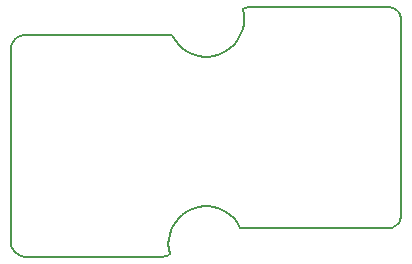
<source format=gbr>
G04 #@! TF.GenerationSoftware,KiCad,Pcbnew,(5.1.0)-1*
G04 #@! TF.CreationDate,2020-09-20T23:01:36+10:00*
G04 #@! TF.ProjectId,oddball,6f646462-616c-46c2-9e6b-696361645f70,rev?*
G04 #@! TF.SameCoordinates,Original*
G04 #@! TF.FileFunction,Profile,NP*
%FSLAX46Y46*%
G04 Gerber Fmt 4.6, Leading zero omitted, Abs format (unit mm)*
G04 Created by KiCad (PCBNEW (5.1.0)-1) date 2020-09-20 23:01:36*
%MOMM*%
%LPD*%
G04 APERTURE LIST*
%ADD10C,0.200000*%
G04 APERTURE END LIST*
D10*
X203608930Y-115717910D02*
X203672820Y-115853700D01*
X203525010Y-115278020D02*
X203534440Y-115427780D01*
X204350740Y-116414520D02*
X204496090Y-116451840D01*
X204079700Y-116286970D02*
X204211200Y-116359280D01*
X203672820Y-115853700D02*
X203753230Y-115980410D01*
X203753230Y-115980410D02*
X203848890Y-116096040D01*
X203848890Y-98091500D02*
X203753230Y-98207100D01*
X203672820Y-98333800D02*
X203608930Y-98469600D01*
X216405000Y-116470640D02*
X216553900Y-116451840D01*
X203525010Y-98909500D02*
X203525010Y-115278020D01*
X204644970Y-116470640D02*
X216405000Y-116470640D01*
X204496090Y-97735700D02*
X204350740Y-97773000D01*
X203753230Y-98207100D02*
X203672820Y-98333800D01*
X203608930Y-98469600D02*
X203562550Y-98612300D01*
X203562550Y-115575200D02*
X203608930Y-115717910D01*
X203958280Y-116198780D02*
X204079700Y-116286970D01*
X203848890Y-116096040D02*
X203958280Y-116198780D01*
X203958280Y-97988700D02*
X203848890Y-98091500D01*
X203534440Y-115427780D02*
X203562550Y-115575200D01*
X204496090Y-116451840D02*
X204644970Y-116470640D01*
X204079700Y-97900500D02*
X203958280Y-97988700D01*
X203534440Y-98759700D02*
X203525010Y-98909500D01*
X204211200Y-116359280D02*
X204350740Y-116414520D01*
X217717300Y-98568700D02*
X217461100Y-98259000D01*
X218335300Y-99080000D02*
X218010200Y-98843800D01*
X203562550Y-98612300D02*
X203534440Y-98759700D01*
X204211200Y-97828200D02*
X204079700Y-97900500D01*
X204350740Y-97773000D02*
X204211200Y-97828200D01*
X221412500Y-99273600D02*
X221038800Y-99421500D01*
X220649600Y-99521500D02*
X220250900Y-99571800D01*
X221038800Y-99421500D02*
X220649600Y-99521500D01*
X223149500Y-95582300D02*
X223224800Y-95977100D01*
X217150300Y-97716900D02*
X204644970Y-97716900D01*
X222089800Y-98843800D02*
X221764600Y-99080000D01*
X219450400Y-99521500D02*
X219061100Y-99421500D01*
X223224800Y-96779200D02*
X223149500Y-97173900D01*
X221764600Y-99080000D02*
X221412500Y-99273600D01*
X223129700Y-95519300D02*
X223129100Y-95519700D01*
X222854200Y-97919700D02*
X222638800Y-98259000D01*
X223129100Y-95519700D02*
X223149500Y-95582300D01*
X222638800Y-98259000D02*
X222382700Y-98568700D01*
X218687500Y-99273600D02*
X218335300Y-99080000D01*
X222382700Y-98568700D02*
X222089800Y-98843800D01*
X217461100Y-98259000D02*
X217245800Y-97919700D01*
X220250900Y-99571800D02*
X219849100Y-99571800D01*
X219849100Y-99571800D02*
X219450400Y-99521500D01*
X223224800Y-95977100D02*
X223250000Y-96378100D01*
X204644970Y-97716900D02*
X204496090Y-97735700D01*
X218010200Y-98843800D02*
X217717300Y-98568700D01*
X219061100Y-99421500D02*
X218687500Y-99273600D01*
X223149500Y-97173900D02*
X223025300Y-97556100D01*
X236575000Y-112896770D02*
X236575000Y-96528200D01*
X216875200Y-115027070D02*
X216950500Y-114632320D01*
X218687500Y-112532680D02*
X219061100Y-112384750D01*
X216850000Y-115428130D02*
X216875200Y-115027070D01*
X216838800Y-116359280D02*
X216970300Y-116286970D01*
X216699200Y-116414520D02*
X216838800Y-116359280D01*
X216970900Y-116286540D02*
X216950500Y-116223940D01*
X222089800Y-112962490D02*
X222382700Y-113237580D01*
X219450400Y-112284820D02*
X219849100Y-112234450D01*
X220250900Y-112234450D02*
X220649600Y-112284820D01*
X217245800Y-97919700D02*
X217150300Y-97716900D01*
X219849100Y-112234450D02*
X220250900Y-112234450D01*
X219061100Y-112384750D02*
X219450400Y-112284820D01*
X236251100Y-113714800D02*
X236346800Y-113599170D01*
X223025300Y-97556100D02*
X222854200Y-97919700D01*
X223250000Y-96378100D02*
X223224800Y-96779200D01*
X236346800Y-113599170D02*
X236427200Y-113472460D01*
X216970300Y-116286970D02*
X216970900Y-116286540D01*
X217461100Y-113547230D02*
X217717300Y-113237580D01*
X222949600Y-114089400D02*
X235454999Y-114089400D01*
X216875200Y-115829190D02*
X216850000Y-115428130D01*
X218335300Y-112726290D02*
X218687500Y-112532680D01*
X236537400Y-113193950D02*
X236565600Y-113046540D01*
X235454999Y-95335600D02*
X223695000Y-95335600D01*
X221764600Y-112726290D02*
X222089800Y-112962490D01*
X216553900Y-116451840D02*
X216699200Y-116414520D01*
X223400700Y-95391700D02*
X223261200Y-95447000D01*
X235749300Y-95391700D02*
X235603900Y-95354400D01*
X236575000Y-96528200D02*
X236565600Y-96378500D01*
X236020300Y-113905730D02*
X236141700Y-113817540D01*
X217245800Y-113886520D02*
X217461100Y-113547230D01*
X217717300Y-113237580D02*
X218010200Y-112962490D01*
X216950500Y-116223940D02*
X216875200Y-115829190D01*
X223695000Y-95335600D02*
X223546100Y-95354400D01*
X236251100Y-95710200D02*
X236141700Y-95607500D01*
X236565600Y-113046540D02*
X236575000Y-112896770D01*
X236427200Y-95952600D02*
X236346800Y-95825900D01*
X223546100Y-95354400D02*
X223400700Y-95391700D01*
X216950500Y-114632320D02*
X217074700Y-114250140D01*
X235888800Y-113978040D02*
X236020300Y-113905730D01*
X236565600Y-96378500D02*
X236537400Y-96231100D01*
X221038800Y-112384750D02*
X221412500Y-112532680D01*
X222854200Y-113886520D02*
X222949600Y-114089400D01*
X221412500Y-112532680D02*
X221764600Y-112726290D01*
X220649600Y-112284820D02*
X221038800Y-112384750D01*
X236491100Y-96088300D02*
X236427200Y-95952600D01*
X222638800Y-113547230D02*
X222854200Y-113886520D01*
X236141700Y-95607500D02*
X236020300Y-95519300D01*
X235603900Y-114070600D02*
X235749300Y-114033280D01*
X236346800Y-95825900D02*
X236251100Y-95710200D01*
X218010200Y-112962490D02*
X218335300Y-112726290D01*
X236537400Y-96231100D02*
X236491100Y-96088300D01*
X235749300Y-114033280D02*
X235888800Y-113978040D01*
X236491100Y-113336670D02*
X236537400Y-113193950D01*
X235888800Y-95447000D02*
X235749300Y-95391700D01*
X217074700Y-114250140D02*
X217245800Y-113886520D01*
X236141700Y-113817540D02*
X236251100Y-113714800D01*
X235454999Y-114089400D02*
X235603900Y-114070600D01*
X222382700Y-113237580D02*
X222638800Y-113547230D01*
X236427200Y-113472460D02*
X236491100Y-113336670D01*
X223261200Y-95447000D02*
X223129700Y-95519300D01*
X236020300Y-95519300D02*
X235888800Y-95447000D01*
X235603900Y-95354400D02*
X235454999Y-95335600D01*
M02*

</source>
